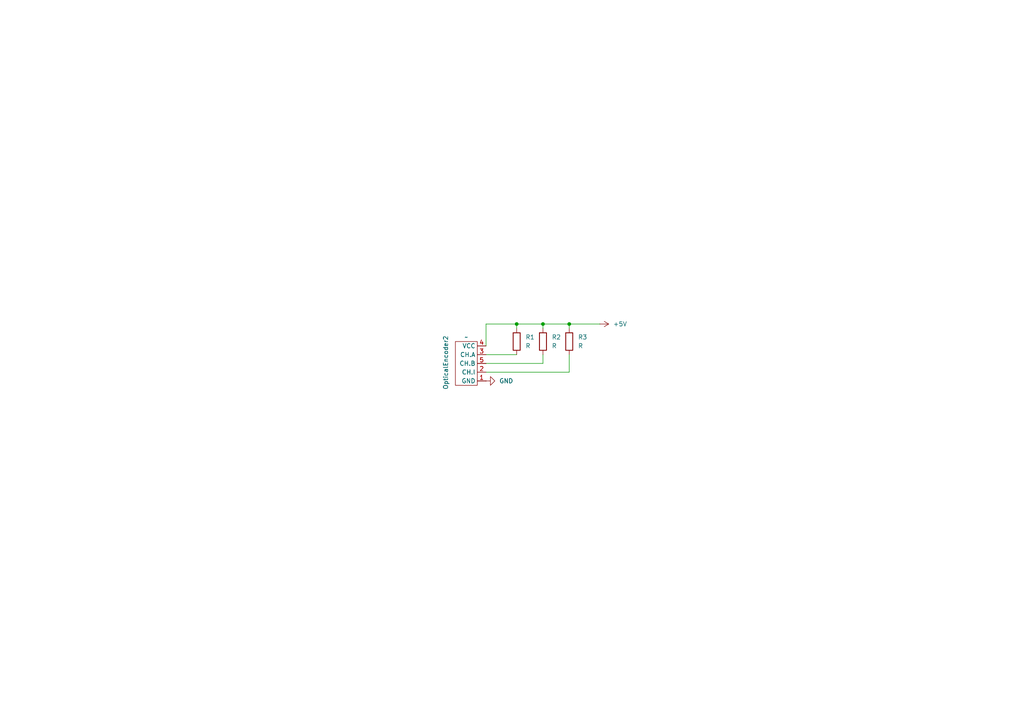
<source format=kicad_sch>
(kicad_sch (version 20231120) (generator "eeschema") (generator_version "8.0")
  (paper "A4")
  (lib_symbols
    (symbol "AEDB-9140-A13_1"
      (property "Reference" "OpticalEncoder" (at -1.778 -8.382 0))
      (symbol "AEDB-9140-A13_1_0_1"
        (rectangle (start -2.54 -6.35) (end -8.89 6.35))
      )
      (symbol "AEDB-9140-A13_1_1_1"
        (pin input line (at 0 -5.08 180) (length 2.54) (name "GND") (number "1"))
        (pin output line (at 0 -2.54 180) (length 2.54) (name "CH.I") (number "2"))
        (pin output line (at 0 2.54 180) (length 2.54) (name "CH.A") (number "3"))
        (pin input line (at 0 5.08 180) (length 2.54) (name "VCC") (number "4"))
        (pin input line (at 0 0 180) (length 2.54) (name "CH.B") (number "5"))
      )
    )
    (symbol "Device:R" (pin_numbers hide) (pin_names (offset 0))
      (property "Reference" "R" (at 2.032 0 90))
      (property "Value" "R" (at 0 0 90))
      (symbol "R_0_1"
        (rectangle (start -1.016 -2.54) (end 1.016 2.54) (stroke (width 0.254)))
      )
      (symbol "R_1_1"
        (pin passive line (at 0 3.81 270) (length 1.27) (name "~") (number "1"))
        (pin passive line (at 0 -3.81 90) (length 1.27) (name "~") (number "2"))
      )
    )
    (symbol "power:+5V" (power) (pin_numbers hide) (pin_names (offset 0) hide)
      (property "Value" "+5V" (at 0 3.556 0))
      (symbol "+5V_0_1"
        (polyline (pts (xy -0.762 1.27) (xy 0 2.54)))
        (polyline (pts (xy 0 0) (xy 0 2.54)))
        (polyline (pts (xy 0 2.54) (xy 0.762 1.27)))
      )
      (symbol "+5V_1_1"
        (pin power_in line (at 0 0 90) (length 0) (name "~") (number "1"))
      )
    )
    (symbol "power:GND" (power) (pin_numbers hide) (pin_names (offset 0) hide)
      (property "Value" "GND" (at 0 -3.81 0))
      (symbol "GND_0_1"
        (polyline (pts (xy 0 0) (xy 0 -1.27) (xy 1.27 -1.27) (xy 0 -2.54) (xy -1.27 -1.27) (xy 0 -1.27)))
      )
      (symbol "GND_1_1"
        (pin power_in line (at 0 0 270) (length 0) (name "~") (number "1"))
      )
    )
  )
  (junction (at 157.48 93.98))
  (junction (at 149.86 93.98))
  (junction (at 165.1 93.98))
  (wire (pts (xy 149.86 95.25) (xy 149.86 93.98)))
  (wire (pts (xy 165.1 93.98) (xy 165.1 95.25)))
  (wire (pts (xy 165.1 107.95) (xy 165.1 102.87)))
  (wire (pts (xy 140.97 107.95) (xy 165.1 107.95)))
  (wire (pts (xy 140.97 105.41) (xy 157.48 105.41)))
  (wire (pts (xy 157.48 102.87) (xy 157.48 105.41)))
  (wire (pts (xy 149.86 93.98) (xy 157.48 93.98)))
  (wire (pts (xy 157.48 93.98) (xy 157.48 95.25)))
  (wire (pts (xy 140.97 93.98) (xy 149.86 93.98)))
  (wire (pts (xy 140.97 102.87) (xy 149.86 102.87)))
  (wire (pts (xy 157.48 93.98) (xy 165.1 93.98)))
  (wire (pts (xy 140.97 93.98) (xy 140.97 100.33)))
  (wire (pts (xy 165.1 93.98) (xy 173.99 93.98)))
  (symbol (lib_id "Device:R") (at 157.48 99.06 0) (unit 1)
    (property "Reference" "R2" (at 160.02 97.7899 0) (effects (justify left)))
    (property "Value" "R" (at 160.02 100.3299 0) (effects (justify left)))
    (property "Description" "Resistor" (effects (hide yes)))
  )
  (symbol (lib_id "power:+5V") (at 173.99 93.98 270) (unit 1)
    (property "Reference" "#PWR01" (effects (hide yes)))
    (property "Value" "+5V" (at 177.8 93.9799 90) (effects (justify left)))
    (property "Description" "Power symbol creates a global label with name \"+5V\"" (effects (hide yes)))
  )
  (symbol (lib_id "power:GND") (at 140.97 110.49 90) (unit 1)
    (property "Reference" "#PWR02" (effects (hide yes)))
    (property "Value" "GND" (at 144.78 110.4899 90) (effects (justify right)))
    (property "Description" "Power symbol creates a global label with name \"GND\" , ground" (effects (hide yes)))
  )
  (symbol (lib_id "Device:R") (at 149.86 99.06 0) (unit 1)
    (property "Reference" "R1" (at 152.4 97.7899 0) (effects (justify left)))
    (property "Value" "R" (at 152.4 100.3299 0) (effects (justify left)))
    (property "Description" "Resistor" (effects (hide yes)))
  )
  (symbol (lib_id "Device:R") (at 165.1 99.06 0) (unit 1)
    (property "Reference" "R3" (at 167.64 97.7899 0) (effects (justify left)))
    (property "Value" "R" (at 167.64 100.3299 0) (effects (justify left)))
    (property "Description" "Resistor" (effects (hide yes)))
  )
  (symbol (lib_name "AEDB-9140-A13_1") (lib_id "Custom_components_for_AEDB-9140-A13:AEDB-9140-A13") (at 140.97 105.41 0) (unit 1)
    (property "Reference" "OpticalEncoder2" (at 129.286 105.156 90))
    (property "Value" "~" (at 135.255 97.79 0))
  )
)
</source>
